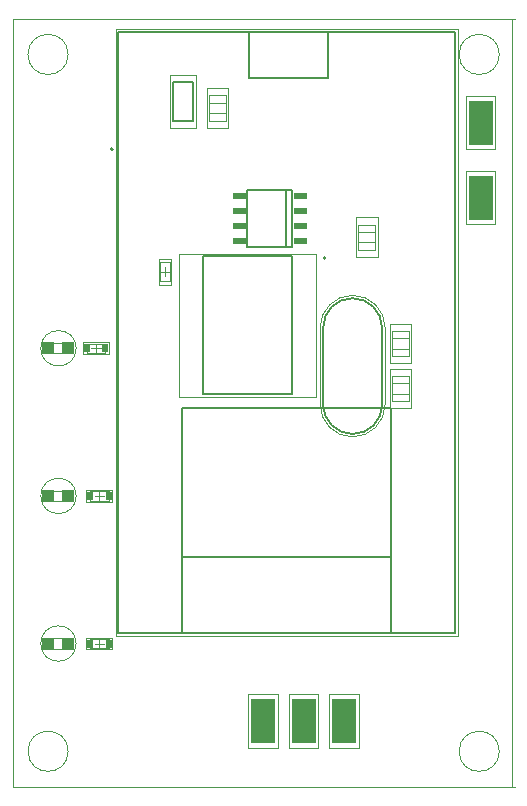
<source format=gtp>
G04*
G04 #@! TF.GenerationSoftware,Altium Limited,Altium Designer,21.0.9 (235)*
G04*
G04 Layer_Color=8421504*
%FSLAX25Y25*%
%MOIN*%
G70*
G04*
G04 #@! TF.SameCoordinates,A9A079C1-7CC1-46CE-92A7-F05A66FF1BB4*
G04*
G04*
G04 #@! TF.FilePolarity,Positive*
G04*
G01*
G75*
%ADD10C,0.00787*%
%ADD12C,0.00500*%
%ADD13C,0.00050*%
%ADD14C,0.00000*%
%ADD15C,0.00394*%
%ADD16C,0.00800*%
%ADD17C,0.00400*%
%ADD18C,0.00197*%
%ADD19C,0.00201*%
%ADD20R,0.02362X0.03150*%
%ADD21R,0.07992X0.14961*%
%ADD22R,0.04331X0.03937*%
G36*
X97966Y-60062D02*
X93635D01*
Y-58132D01*
X97966D01*
Y-60062D01*
D02*
G37*
G36*
X77887D02*
X73556D01*
Y-58132D01*
X77887D01*
Y-60062D01*
D02*
G37*
G36*
X97966Y-65062D02*
X93635D01*
Y-63132D01*
X97966D01*
Y-65062D01*
D02*
G37*
G36*
X77887D02*
X73556D01*
Y-63132D01*
X77887D01*
Y-65062D01*
D02*
G37*
G36*
X97966Y-70062D02*
X93635D01*
Y-68132D01*
X97966D01*
Y-70062D01*
D02*
G37*
G36*
X77887D02*
X73556D01*
Y-68132D01*
X77887D01*
Y-70062D01*
D02*
G37*
G36*
X97966Y-75062D02*
X93635D01*
Y-73132D01*
X97966D01*
Y-75062D01*
D02*
G37*
G36*
X77887D02*
X73556D01*
Y-73132D01*
X77887D01*
Y-75062D01*
D02*
G37*
G36*
X18522Y-111612D02*
X16555D01*
Y-107868D01*
X18522D01*
Y-111612D01*
D02*
G37*
G36*
X13922Y-111613D02*
X11945D01*
Y-107868D01*
X13922D01*
Y-111613D01*
D02*
G37*
G36*
X18539Y-160825D02*
X16573D01*
Y-157081D01*
X18539D01*
Y-160825D01*
D02*
G37*
G36*
X13939Y-160826D02*
X11963D01*
Y-157081D01*
X13939D01*
Y-160826D01*
D02*
G37*
G36*
X18532Y-210037D02*
X16566D01*
Y-206294D01*
X18532D01*
Y-210037D01*
D02*
G37*
G36*
X13932Y-210038D02*
X11956D01*
Y-206294D01*
X13932D01*
Y-210038D01*
D02*
G37*
D10*
X33429Y-43417D02*
G03*
X33429Y-43417I-394J0D01*
G01*
X104383Y-79735D02*
G03*
X104383Y-79735I-394J0D01*
G01*
D12*
X103480Y-128492D02*
G03*
X113323Y-138335I9843J0D01*
G01*
D02*
G03*
X123165Y-128492I0J9843D01*
G01*
X113323Y-93059D02*
G03*
X103480Y-102902I0J-9843D01*
G01*
X123165D02*
G03*
X113323Y-93059I-9843J0D01*
G01*
X53476Y-21165D02*
X60169D01*
X53476Y-33999D02*
Y-21165D01*
Y-33999D02*
X60169D01*
Y-21165D01*
X103480Y-128492D02*
Y-102902D01*
X123165Y-128492D02*
Y-102902D01*
X35280Y-4205D02*
X78858D01*
X105280D01*
X147524D01*
X35280Y-204795D02*
Y-4205D01*
X147524Y-204795D02*
Y-4205D01*
X35280Y-204795D02*
X56421D01*
X126067D01*
X147524D01*
X56421D02*
Y-179244D01*
Y-129520D01*
X126067D01*
Y-179244D02*
Y-129520D01*
Y-204795D02*
Y-179244D01*
X56421D02*
X126067D01*
X105280Y-19520D02*
Y-4205D01*
X78858Y-19520D02*
X105280D01*
X78858D02*
Y-4205D01*
X63360Y-125030D02*
Y-79164D01*
X93281Y-125030D02*
Y-79164D01*
X63360Y-125030D02*
X93281D01*
X63360Y-79164D02*
X93281D01*
D13*
X162205Y-244094D02*
G03*
X162205Y-244094I-6693J0D01*
G01*
X18504Y-11811D02*
G03*
X18504Y-11811I-6693J0D01*
G01*
X21176Y-109759D02*
G03*
X21176Y-109759I-5906J0D01*
G01*
X162205Y-11811D02*
G03*
X162205Y-11811I-6693J0D01*
G01*
X18504Y-244094D02*
G03*
X18504Y-244094I-6693J0D01*
G01*
X21176Y-158971D02*
G03*
X21176Y-158971I-5906J0D01*
G01*
Y-208184D02*
G03*
X21176Y-208184I-5906J0D01*
G01*
X0Y-255906D02*
X167323D01*
X0Y0D02*
X167323D01*
X166323Y-255906D02*
Y0D01*
X0Y-255906D02*
Y0D01*
Y-255906D02*
Y-98425D01*
D14*
X115200Y-74400D02*
X120800D01*
Y-76900D02*
Y-74400D01*
X115200Y-76900D02*
Y-74400D01*
Y-71000D02*
X120800D01*
X115200D02*
Y-68500D01*
X120800Y-71000D02*
Y-68500D01*
X115200Y-74400D02*
Y-71000D01*
Y-68500D02*
X120800D01*
Y-74400D02*
Y-71000D01*
X115200Y-76900D02*
X120800D01*
X126523Y-109897D02*
X132123D01*
Y-112397D02*
Y-109897D01*
X126523Y-112397D02*
Y-109897D01*
Y-106497D02*
X132123D01*
X126523D02*
Y-103997D01*
X132123Y-106497D02*
Y-103997D01*
X126523Y-109897D02*
Y-106497D01*
Y-103997D02*
X132123D01*
Y-109897D02*
Y-106497D01*
X126523Y-112397D02*
X132123D01*
X126523Y-121497D02*
X132123D01*
X126523D02*
Y-118997D01*
X132123Y-121497D02*
Y-118997D01*
X126523Y-124897D02*
X132123D01*
Y-127397D02*
Y-124897D01*
X126523Y-127397D02*
Y-124897D01*
X132123D02*
Y-121497D01*
X126523Y-127397D02*
X132123D01*
X126523Y-124897D02*
Y-121497D01*
Y-118997D02*
X132123D01*
X65523Y-27997D02*
X71123D01*
X65523D02*
Y-25497D01*
X71123Y-27997D02*
Y-25497D01*
X65523Y-31397D02*
X71123D01*
Y-33897D02*
Y-31397D01*
X65523Y-33897D02*
Y-31397D01*
X71123D02*
Y-27997D01*
X65523Y-33897D02*
X71123D01*
X65523Y-31397D02*
Y-27997D01*
Y-25497D02*
X71123D01*
D15*
X24654Y-111333D02*
X30953D01*
X24654Y-108184D02*
X30953D01*
Y-111333D02*
Y-108184D01*
X24654Y-111333D02*
Y-108184D01*
X25736Y-160555D02*
X32035D01*
X25736Y-157405D02*
X32035D01*
Y-160555D02*
Y-157405D01*
X25736Y-160555D02*
Y-157405D01*
Y-209759D02*
X32035D01*
X25736Y-206609D02*
X32035D01*
Y-209759D02*
Y-206609D01*
X25736Y-209759D02*
Y-206609D01*
X49248Y-87347D02*
Y-81047D01*
X52398Y-87347D02*
Y-81047D01*
X49248D02*
X52398D01*
X49248Y-87347D02*
X52398D01*
X27803Y-111333D02*
Y-108184D01*
X26228Y-109759D02*
X29378D01*
X28886Y-160555D02*
Y-157405D01*
X27311Y-158980D02*
X30461D01*
X28886Y-209759D02*
Y-206609D01*
X27311Y-208184D02*
X30461D01*
X49248Y-84197D02*
X52398D01*
X50823Y-85772D02*
Y-82622D01*
D16*
X91273Y-76046D02*
Y-57148D01*
X78281Y-76046D02*
Y-57148D01*
X91273D01*
X93241D01*
Y-76046D02*
Y-57148D01*
X91273Y-76046D02*
X93241D01*
X78281D02*
X91273D01*
D17*
X13851Y-111408D02*
X16654D01*
X13851Y-108058D02*
X16654D01*
X13862Y-209833D02*
X16665D01*
X13862Y-206483D02*
X16665D01*
X13869Y-160621D02*
X16672D01*
X13869Y-157270D02*
X16672D01*
D18*
X102496Y-128492D02*
G03*
X113323Y-139319I10827J0D01*
G01*
D02*
G03*
X124150Y-128492I0J10827D01*
G01*
X113323Y-92075D02*
G03*
X102496Y-102902I0J-10827D01*
G01*
X124150D02*
G03*
X113323Y-92075I-10827J0D01*
G01*
X23472Y-111727D02*
X32134D01*
X23472Y-107790D02*
X32134D01*
Y-111727D02*
Y-107790D01*
X23472Y-111727D02*
Y-107790D01*
X24555Y-160949D02*
X33217D01*
X24555Y-157012D02*
X33217D01*
Y-160949D02*
Y-157012D01*
X24555Y-160949D02*
Y-157012D01*
Y-210152D02*
X33217D01*
X24555Y-206215D02*
X33217D01*
Y-210152D02*
Y-206215D01*
X24555Y-210152D02*
Y-206215D01*
X52445Y-18783D02*
X61201D01*
X52445Y-36381D02*
Y-18783D01*
Y-36381D02*
X61201D01*
Y-18783D01*
X102496Y-128492D02*
Y-102902D01*
X124150Y-128492D02*
Y-102902D01*
X151079Y-25642D02*
X160921D01*
Y-43358D02*
Y-25642D01*
X151079Y-43358D02*
X160921D01*
X151079D02*
Y-25642D01*
Y-50642D02*
X160921D01*
Y-68358D02*
Y-50642D01*
X151079Y-68358D02*
X160921D01*
X151079D02*
Y-50642D01*
X105579Y-242858D02*
X115421D01*
Y-225142D01*
X105579D02*
X115421D01*
X105579Y-242858D02*
Y-225142D01*
X92079Y-242858D02*
X101921D01*
Y-225142D01*
X92079D02*
X101921D01*
X92079Y-242858D02*
Y-225142D01*
X78579Y-242858D02*
X88421D01*
Y-225142D01*
X78579D02*
X88421D01*
X78579Y-242858D02*
Y-225142D01*
X34295Y-205780D02*
Y-3221D01*
Y-205780D02*
X148508D01*
Y-3221D01*
X34295D02*
X148508D01*
X55427Y-126014D02*
Y-78180D01*
X101214Y-126014D02*
Y-78180D01*
X55427Y-126014D02*
X101214D01*
X55427Y-78180D02*
X101214D01*
X48854Y-88528D02*
Y-79866D01*
X52791Y-88528D02*
Y-79866D01*
X48854D02*
X52791D01*
X48854Y-88528D02*
X52791D01*
D19*
X114496Y-66086D02*
X121622D01*
X114496Y-79275D02*
X121622D01*
X114496D02*
Y-66086D01*
X121622Y-79275D02*
Y-66086D01*
X125819Y-101583D02*
X132945D01*
X125819Y-114772D02*
X132945D01*
X125819D02*
Y-101583D01*
X132945Y-114772D02*
Y-101583D01*
X125701Y-129811D02*
X132827D01*
X125701Y-116622D02*
X132827D01*
Y-129811D02*
Y-116622D01*
X125701Y-129811D02*
Y-116622D01*
X64701Y-36311D02*
X71827D01*
X64701Y-23122D02*
X71827D01*
Y-36311D02*
Y-23122D01*
X64701Y-36311D02*
Y-23122D01*
D20*
X24654Y-109759D02*
D03*
X30953D02*
D03*
X25736Y-158980D02*
D03*
X32035D02*
D03*
X25736Y-208184D02*
D03*
X32035D02*
D03*
D21*
X156000Y-34500D02*
D03*
Y-59500D02*
D03*
X110500Y-234000D02*
D03*
X97000D02*
D03*
X83500D02*
D03*
D22*
X18599Y-109759D02*
D03*
X11906D02*
D03*
X18610Y-208184D02*
D03*
X11917D02*
D03*
X18617Y-158971D02*
D03*
X11924D02*
D03*
M02*

</source>
